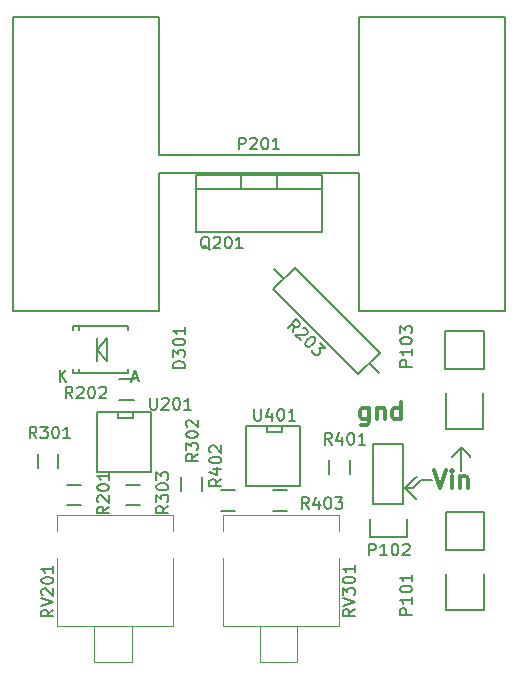
<source format=gbr>
G04 #@! TF.FileFunction,Legend,Top*
%FSLAX46Y46*%
G04 Gerber Fmt 4.6, Leading zero omitted, Abs format (unit mm)*
G04 Created by KiCad (PCBNEW 4.0.4+e1-6308~48~ubuntu14.04.1-stable) date Sat Oct 22 18:10:56 2016*
%MOMM*%
%LPD*%
G01*
G04 APERTURE LIST*
%ADD10C,0.100000*%
%ADD11C,0.200000*%
%ADD12C,0.300000*%
%ADD13C,0.150000*%
%ADD14C,0.076200*%
%ADD15R,2.032000X1.727200*%
%ADD16O,2.032000X1.727200*%
%ADD17C,2.311400*%
%ADD18O,1.501140X2.499360*%
%ADD19R,0.700000X1.300000*%
%ADD20C,1.998980*%
%ADD21R,1.300000X0.700000*%
%ADD22C,2.000000*%
%ADD23O,2.000000X2.200000*%
%ADD24R,1.143000X0.508000*%
%ADD25R,2.540000X2.540000*%
%ADD26O,2.540000X2.540000*%
G04 APERTURE END LIST*
D10*
D11*
X175851820Y-77551280D02*
X175851820Y-77622400D01*
X176639220Y-76763880D02*
X175851820Y-77551280D01*
X177370740Y-77518260D02*
X177370740Y-77563980D01*
X176639220Y-76786740D02*
X177370740Y-77518260D01*
X176636680Y-76779120D02*
X176639220Y-76776580D01*
X176636680Y-78790800D02*
X176636680Y-76779120D01*
D12*
X168775986Y-73402071D02*
X168775986Y-74616357D01*
X168704557Y-74759214D01*
X168633129Y-74830643D01*
X168490272Y-74902071D01*
X168275986Y-74902071D01*
X168133129Y-74830643D01*
X168775986Y-74330643D02*
X168633129Y-74402071D01*
X168347415Y-74402071D01*
X168204557Y-74330643D01*
X168133129Y-74259214D01*
X168061700Y-74116357D01*
X168061700Y-73687786D01*
X168133129Y-73544929D01*
X168204557Y-73473500D01*
X168347415Y-73402071D01*
X168633129Y-73402071D01*
X168775986Y-73473500D01*
X169490272Y-73402071D02*
X169490272Y-74402071D01*
X169490272Y-73544929D02*
X169561700Y-73473500D01*
X169704558Y-73402071D01*
X169918843Y-73402071D01*
X170061700Y-73473500D01*
X170133129Y-73616357D01*
X170133129Y-74402071D01*
X171490272Y-74402071D02*
X171490272Y-72902071D01*
X171490272Y-74330643D02*
X171347415Y-74402071D01*
X171061701Y-74402071D01*
X170918843Y-74330643D01*
X170847415Y-74259214D01*
X170775986Y-74116357D01*
X170775986Y-73687786D01*
X170847415Y-73544929D01*
X170918843Y-73473500D01*
X171061701Y-73402071D01*
X171347415Y-73402071D01*
X171490272Y-73473500D01*
D11*
X172753020Y-81109820D02*
X172808900Y-81109820D01*
X171858940Y-80215740D02*
X172753020Y-81109820D01*
X172780960Y-79265780D02*
X172864780Y-79265780D01*
X171831000Y-80215740D02*
X172780960Y-79265780D01*
X172557440Y-80215740D02*
X171803060Y-80215740D01*
X173228000Y-79545180D02*
X172557440Y-80215740D01*
X174122080Y-79545180D02*
X173228000Y-79545180D01*
D12*
X174318646Y-78723751D02*
X174818646Y-80223751D01*
X175318646Y-78723751D01*
X175818646Y-80223751D02*
X175818646Y-79223751D01*
X175818646Y-78723751D02*
X175747217Y-78795180D01*
X175818646Y-78866609D01*
X175890074Y-78795180D01*
X175818646Y-78723751D01*
X175818646Y-78866609D01*
X176532932Y-79223751D02*
X176532932Y-80223751D01*
X176532932Y-79366609D02*
X176604360Y-79295180D01*
X176747218Y-79223751D01*
X176961503Y-79223751D01*
X177104360Y-79295180D01*
X177175789Y-79438037D01*
X177175789Y-80223751D01*
D13*
X145773280Y-68491100D02*
X146621640Y-67490340D01*
X146621640Y-67490340D02*
X146621640Y-69491860D01*
X146621640Y-69491860D02*
X145773280Y-68491100D01*
X145773280Y-68491100D02*
X145773280Y-69491860D01*
X145773280Y-68491100D02*
X145773280Y-67490340D01*
X143766540Y-70291100D02*
X143766540Y-70091300D01*
X144223580Y-70241160D02*
X144223580Y-70142100D01*
X148369020Y-70291100D02*
X148369020Y-70142100D01*
X143771620Y-66691100D02*
X143771620Y-66840100D01*
X144223580Y-66691100D02*
X144223580Y-66840100D01*
X148374100Y-66691100D02*
X148374100Y-66840100D01*
X144223580Y-70440080D02*
X144223580Y-70241960D01*
X144223580Y-66492120D02*
X144223580Y-66690240D01*
X148369020Y-70487540D02*
X148369020Y-70289420D01*
X143766540Y-70487540D02*
X148369020Y-70487540D01*
X143766540Y-70487540D02*
X143766540Y-70289420D01*
X143771620Y-66492120D02*
X143771620Y-66690240D01*
X143771620Y-66492120D02*
X148374100Y-66492120D01*
X148374100Y-66492120D02*
X148374100Y-66690240D01*
X171704000Y-81534000D02*
X171704000Y-76454000D01*
X171704000Y-76454000D02*
X169164000Y-76454000D01*
X169164000Y-76454000D02*
X169164000Y-81534000D01*
X168884000Y-84354000D02*
X168884000Y-82804000D01*
X169164000Y-81534000D02*
X171704000Y-81534000D01*
X171984000Y-82804000D02*
X171984000Y-84354000D01*
X171984000Y-84354000D02*
X168884000Y-84354000D01*
X138684000Y-65239900D02*
X150990300Y-65239900D01*
X167982900Y-65239900D02*
X180289200Y-65239900D01*
X167982900Y-40347900D02*
X180289200Y-40347900D01*
X138684000Y-40347900D02*
X150990300Y-40347900D01*
X167982900Y-65239900D02*
X167982900Y-53543200D01*
X150990300Y-65239900D02*
X150990300Y-53543200D01*
X150990300Y-52044600D02*
X150990300Y-40347900D01*
X167982900Y-52044600D02*
X167982900Y-40347900D01*
X150990300Y-53543200D02*
X167982900Y-53543200D01*
X150990300Y-52044600D02*
X167982900Y-52044600D01*
X138684000Y-40347900D02*
X138684000Y-65239900D01*
X180289200Y-65239900D02*
X180289200Y-40347900D01*
X157949900Y-53746400D02*
X157949900Y-54889400D01*
X160997900Y-53746400D02*
X160997900Y-54889400D01*
X164807900Y-54889400D02*
X164807900Y-58572400D01*
X164807900Y-58572400D02*
X154139900Y-58572400D01*
X154139900Y-58572400D02*
X154139900Y-54889400D01*
X164807900Y-53746400D02*
X164807900Y-54889400D01*
X164807900Y-54889400D02*
X154139900Y-54889400D01*
X154139900Y-54889400D02*
X154139900Y-53746400D01*
X159473900Y-53746400D02*
X154139900Y-53746400D01*
X159473900Y-53746400D02*
X164807900Y-53746400D01*
X144463060Y-81677480D02*
X143263060Y-81677480D01*
X143263060Y-79927480D02*
X144463060Y-79927480D01*
X147675040Y-70976520D02*
X148875040Y-70976520D01*
X148875040Y-72726520D02*
X147675040Y-72726520D01*
X162514924Y-61582673D02*
X160718873Y-63378724D01*
X160718873Y-63378724D02*
X167903078Y-70562929D01*
X167903078Y-70562929D02*
X169699129Y-68766878D01*
X169699129Y-68766878D02*
X162514924Y-61582673D01*
X169614276Y-70478076D02*
X168801103Y-69664903D01*
X160803726Y-61667526D02*
X161616898Y-62480698D01*
X142515560Y-77291640D02*
X142515560Y-78491640D01*
X140765560Y-78491640D02*
X140765560Y-77291640D01*
X152927080Y-80477920D02*
X152927080Y-79277920D01*
X154677080Y-79277920D02*
X154677080Y-80477920D01*
X148218600Y-79935100D02*
X149418600Y-79935100D01*
X149418600Y-81685100D02*
X148218600Y-81685100D01*
X167194200Y-77814880D02*
X167194200Y-79014880D01*
X165444200Y-79014880D02*
X165444200Y-77814880D01*
X157450080Y-82134680D02*
X156250080Y-82134680D01*
X156250080Y-80384680D02*
X157450080Y-80384680D01*
X161859520Y-82134680D02*
X160659520Y-82134680D01*
X160659520Y-80384680D02*
X161859520Y-80384680D01*
D14*
X145529300Y-91922600D02*
X145529300Y-94970600D01*
X145529300Y-94970600D02*
X148704300Y-94970600D01*
X148704300Y-94970600D02*
X148704300Y-91922600D01*
X142407300Y-82466600D02*
X152207300Y-82466600D01*
X142407300Y-91866600D02*
X152207300Y-91866600D01*
X152207300Y-82466600D02*
X152207300Y-91866600D01*
X142407300Y-82466600D02*
X142407300Y-91866600D01*
X159575500Y-91922600D02*
X159575500Y-94970600D01*
X159575500Y-94970600D02*
X162750500Y-94970600D01*
X162750500Y-94970600D02*
X162750500Y-91922600D01*
X156453500Y-82466600D02*
X166253500Y-82466600D01*
X156453500Y-91866600D02*
X166253500Y-91866600D01*
X166253500Y-82466600D02*
X166253500Y-91866600D01*
X156453500Y-82466600D02*
X156453500Y-91866600D01*
D13*
X150368000Y-73771760D02*
X150368000Y-78851760D01*
X150368000Y-78851760D02*
X145796000Y-78851760D01*
X145796000Y-78851760D02*
X145796000Y-73771760D01*
X145796000Y-73771760D02*
X150368000Y-73771760D01*
X148844000Y-73771760D02*
X148844000Y-74279760D01*
X148844000Y-74279760D02*
X147574000Y-74279760D01*
X147574000Y-74279760D02*
X147574000Y-73771760D01*
X162941000Y-74930000D02*
X162941000Y-80010000D01*
X162941000Y-80010000D02*
X158369000Y-80010000D01*
X158369000Y-80010000D02*
X158369000Y-74930000D01*
X158369000Y-74930000D02*
X162941000Y-74930000D01*
X161417000Y-74930000D02*
X161417000Y-75438000D01*
X161417000Y-75438000D02*
X160147000Y-75438000D01*
X160147000Y-75438000D02*
X160147000Y-74930000D01*
X178511200Y-90512900D02*
X178511200Y-87472700D01*
X175310800Y-82232500D02*
X178562000Y-82232500D01*
X175310800Y-82232500D02*
X175310800Y-85432900D01*
X178511200Y-90512900D02*
X175361600Y-90512900D01*
X175361600Y-90512900D02*
X175361600Y-87472700D01*
X175310800Y-85432900D02*
X178562000Y-85432900D01*
X178562000Y-85432900D02*
X178562000Y-82232500D01*
X178462940Y-75219560D02*
X178462940Y-72179360D01*
X175262540Y-66939160D02*
X178513740Y-66939160D01*
X175262540Y-66939160D02*
X175262540Y-70139560D01*
X178462940Y-75219560D02*
X175313340Y-75219560D01*
X175313340Y-75219560D02*
X175313340Y-72179360D01*
X175262540Y-70139560D02*
X178513740Y-70139560D01*
X178513740Y-70139560D02*
X178513740Y-66939160D01*
X153228301Y-70031716D02*
X152228301Y-70031716D01*
X152228301Y-69793621D01*
X152275920Y-69650763D01*
X152371158Y-69555525D01*
X152466396Y-69507906D01*
X152656872Y-69460287D01*
X152799730Y-69460287D01*
X152990206Y-69507906D01*
X153085444Y-69555525D01*
X153180682Y-69650763D01*
X153228301Y-69793621D01*
X153228301Y-70031716D01*
X152228301Y-69126954D02*
X152228301Y-68507906D01*
X152609253Y-68841240D01*
X152609253Y-68698382D01*
X152656872Y-68603144D01*
X152704491Y-68555525D01*
X152799730Y-68507906D01*
X153037825Y-68507906D01*
X153133063Y-68555525D01*
X153180682Y-68603144D01*
X153228301Y-68698382D01*
X153228301Y-68984097D01*
X153180682Y-69079335D01*
X153133063Y-69126954D01*
X152228301Y-67888859D02*
X152228301Y-67793620D01*
X152275920Y-67698382D01*
X152323539Y-67650763D01*
X152418777Y-67603144D01*
X152609253Y-67555525D01*
X152847349Y-67555525D01*
X153037825Y-67603144D01*
X153133063Y-67650763D01*
X153180682Y-67698382D01*
X153228301Y-67793620D01*
X153228301Y-67888859D01*
X153180682Y-67984097D01*
X153133063Y-68031716D01*
X153037825Y-68079335D01*
X152847349Y-68126954D01*
X152609253Y-68126954D01*
X152418777Y-68079335D01*
X152323539Y-68031716D01*
X152275920Y-67984097D01*
X152228301Y-67888859D01*
X153228301Y-66603144D02*
X153228301Y-67174573D01*
X153228301Y-66888859D02*
X152228301Y-66888859D01*
X152371158Y-66984097D01*
X152466396Y-67079335D01*
X152514015Y-67174573D01*
X142610955Y-71193481D02*
X142610955Y-70193481D01*
X143182384Y-71193481D02*
X142753812Y-70622052D01*
X143182384Y-70193481D02*
X142610955Y-70764910D01*
X148784765Y-70907767D02*
X149260956Y-70907767D01*
X148689527Y-71193481D02*
X149022860Y-70193481D01*
X149356194Y-71193481D01*
X168827344Y-85920841D02*
X168827344Y-84920841D01*
X169208297Y-84920841D01*
X169303535Y-84968460D01*
X169351154Y-85016079D01*
X169398773Y-85111317D01*
X169398773Y-85254174D01*
X169351154Y-85349412D01*
X169303535Y-85397031D01*
X169208297Y-85444650D01*
X168827344Y-85444650D01*
X170351154Y-85920841D02*
X169779725Y-85920841D01*
X170065439Y-85920841D02*
X170065439Y-84920841D01*
X169970201Y-85063698D01*
X169874963Y-85158936D01*
X169779725Y-85206555D01*
X170970201Y-84920841D02*
X171065440Y-84920841D01*
X171160678Y-84968460D01*
X171208297Y-85016079D01*
X171255916Y-85111317D01*
X171303535Y-85301793D01*
X171303535Y-85539889D01*
X171255916Y-85730365D01*
X171208297Y-85825603D01*
X171160678Y-85873222D01*
X171065440Y-85920841D01*
X170970201Y-85920841D01*
X170874963Y-85873222D01*
X170827344Y-85825603D01*
X170779725Y-85730365D01*
X170732106Y-85539889D01*
X170732106Y-85301793D01*
X170779725Y-85111317D01*
X170827344Y-85016079D01*
X170874963Y-84968460D01*
X170970201Y-84920841D01*
X171684487Y-85016079D02*
X171732106Y-84968460D01*
X171827344Y-84920841D01*
X172065440Y-84920841D01*
X172160678Y-84968460D01*
X172208297Y-85016079D01*
X172255916Y-85111317D01*
X172255916Y-85206555D01*
X172208297Y-85349412D01*
X171636868Y-85920841D01*
X172255916Y-85920841D01*
X157796124Y-51531781D02*
X157796124Y-50531781D01*
X158177077Y-50531781D01*
X158272315Y-50579400D01*
X158319934Y-50627019D01*
X158367553Y-50722257D01*
X158367553Y-50865114D01*
X158319934Y-50960352D01*
X158272315Y-51007971D01*
X158177077Y-51055590D01*
X157796124Y-51055590D01*
X158748505Y-50627019D02*
X158796124Y-50579400D01*
X158891362Y-50531781D01*
X159129458Y-50531781D01*
X159224696Y-50579400D01*
X159272315Y-50627019D01*
X159319934Y-50722257D01*
X159319934Y-50817495D01*
X159272315Y-50960352D01*
X158700886Y-51531781D01*
X159319934Y-51531781D01*
X159938981Y-50531781D02*
X160034220Y-50531781D01*
X160129458Y-50579400D01*
X160177077Y-50627019D01*
X160224696Y-50722257D01*
X160272315Y-50912733D01*
X160272315Y-51150829D01*
X160224696Y-51341305D01*
X160177077Y-51436543D01*
X160129458Y-51484162D01*
X160034220Y-51531781D01*
X159938981Y-51531781D01*
X159843743Y-51484162D01*
X159796124Y-51436543D01*
X159748505Y-51341305D01*
X159700886Y-51150829D01*
X159700886Y-50912733D01*
X159748505Y-50722257D01*
X159796124Y-50627019D01*
X159843743Y-50579400D01*
X159938981Y-50531781D01*
X161224696Y-51531781D02*
X160653267Y-51531781D01*
X160938981Y-51531781D02*
X160938981Y-50531781D01*
X160843743Y-50674638D01*
X160748505Y-50769876D01*
X160653267Y-50817495D01*
X155314781Y-60021719D02*
X155219543Y-59974100D01*
X155124305Y-59878862D01*
X154981448Y-59736005D01*
X154886209Y-59688386D01*
X154790971Y-59688386D01*
X154838590Y-59926481D02*
X154743352Y-59878862D01*
X154648114Y-59783624D01*
X154600495Y-59593148D01*
X154600495Y-59259814D01*
X154648114Y-59069338D01*
X154743352Y-58974100D01*
X154838590Y-58926481D01*
X155029067Y-58926481D01*
X155124305Y-58974100D01*
X155219543Y-59069338D01*
X155267162Y-59259814D01*
X155267162Y-59593148D01*
X155219543Y-59783624D01*
X155124305Y-59878862D01*
X155029067Y-59926481D01*
X154838590Y-59926481D01*
X155648114Y-59021719D02*
X155695733Y-58974100D01*
X155790971Y-58926481D01*
X156029067Y-58926481D01*
X156124305Y-58974100D01*
X156171924Y-59021719D01*
X156219543Y-59116957D01*
X156219543Y-59212195D01*
X156171924Y-59355052D01*
X155600495Y-59926481D01*
X156219543Y-59926481D01*
X156838590Y-58926481D02*
X156933829Y-58926481D01*
X157029067Y-58974100D01*
X157076686Y-59021719D01*
X157124305Y-59116957D01*
X157171924Y-59307433D01*
X157171924Y-59545529D01*
X157124305Y-59736005D01*
X157076686Y-59831243D01*
X157029067Y-59878862D01*
X156933829Y-59926481D01*
X156838590Y-59926481D01*
X156743352Y-59878862D01*
X156695733Y-59831243D01*
X156648114Y-59736005D01*
X156600495Y-59545529D01*
X156600495Y-59307433D01*
X156648114Y-59116957D01*
X156695733Y-59021719D01*
X156743352Y-58974100D01*
X156838590Y-58926481D01*
X158124305Y-59926481D02*
X157552876Y-59926481D01*
X157838590Y-59926481D02*
X157838590Y-58926481D01*
X157743352Y-59069338D01*
X157648114Y-59164576D01*
X157552876Y-59212195D01*
X146797021Y-81789447D02*
X146320830Y-82122781D01*
X146797021Y-82360876D02*
X145797021Y-82360876D01*
X145797021Y-81979923D01*
X145844640Y-81884685D01*
X145892259Y-81837066D01*
X145987497Y-81789447D01*
X146130354Y-81789447D01*
X146225592Y-81837066D01*
X146273211Y-81884685D01*
X146320830Y-81979923D01*
X146320830Y-82360876D01*
X145892259Y-81408495D02*
X145844640Y-81360876D01*
X145797021Y-81265638D01*
X145797021Y-81027542D01*
X145844640Y-80932304D01*
X145892259Y-80884685D01*
X145987497Y-80837066D01*
X146082735Y-80837066D01*
X146225592Y-80884685D01*
X146797021Y-81456114D01*
X146797021Y-80837066D01*
X145797021Y-80218019D02*
X145797021Y-80122780D01*
X145844640Y-80027542D01*
X145892259Y-79979923D01*
X145987497Y-79932304D01*
X146177973Y-79884685D01*
X146416069Y-79884685D01*
X146606545Y-79932304D01*
X146701783Y-79979923D01*
X146749402Y-80027542D01*
X146797021Y-80122780D01*
X146797021Y-80218019D01*
X146749402Y-80313257D01*
X146701783Y-80360876D01*
X146606545Y-80408495D01*
X146416069Y-80456114D01*
X146177973Y-80456114D01*
X145987497Y-80408495D01*
X145892259Y-80360876D01*
X145844640Y-80313257D01*
X145797021Y-80218019D01*
X146797021Y-78932304D02*
X146797021Y-79503733D01*
X146797021Y-79218019D02*
X145797021Y-79218019D01*
X145939878Y-79313257D01*
X146035116Y-79408495D01*
X146082735Y-79503733D01*
X143699053Y-72613781D02*
X143365719Y-72137590D01*
X143127624Y-72613781D02*
X143127624Y-71613781D01*
X143508577Y-71613781D01*
X143603815Y-71661400D01*
X143651434Y-71709019D01*
X143699053Y-71804257D01*
X143699053Y-71947114D01*
X143651434Y-72042352D01*
X143603815Y-72089971D01*
X143508577Y-72137590D01*
X143127624Y-72137590D01*
X144080005Y-71709019D02*
X144127624Y-71661400D01*
X144222862Y-71613781D01*
X144460958Y-71613781D01*
X144556196Y-71661400D01*
X144603815Y-71709019D01*
X144651434Y-71804257D01*
X144651434Y-71899495D01*
X144603815Y-72042352D01*
X144032386Y-72613781D01*
X144651434Y-72613781D01*
X145270481Y-71613781D02*
X145365720Y-71613781D01*
X145460958Y-71661400D01*
X145508577Y-71709019D01*
X145556196Y-71804257D01*
X145603815Y-71994733D01*
X145603815Y-72232829D01*
X145556196Y-72423305D01*
X145508577Y-72518543D01*
X145460958Y-72566162D01*
X145365720Y-72613781D01*
X145270481Y-72613781D01*
X145175243Y-72566162D01*
X145127624Y-72518543D01*
X145080005Y-72423305D01*
X145032386Y-72232829D01*
X145032386Y-71994733D01*
X145080005Y-71804257D01*
X145127624Y-71709019D01*
X145175243Y-71661400D01*
X145270481Y-71613781D01*
X145984767Y-71709019D02*
X146032386Y-71661400D01*
X146127624Y-71613781D01*
X146365720Y-71613781D01*
X146460958Y-71661400D01*
X146508577Y-71709019D01*
X146556196Y-71804257D01*
X146556196Y-71899495D01*
X146508577Y-72042352D01*
X145937148Y-72613781D01*
X146556196Y-72613781D01*
X162337833Y-67031636D02*
X162438848Y-66459215D01*
X161933771Y-66627575D02*
X162640878Y-65920468D01*
X162910253Y-66189842D01*
X162943924Y-66290857D01*
X162943924Y-66358201D01*
X162910253Y-66459216D01*
X162809237Y-66560231D01*
X162708222Y-66593903D01*
X162640879Y-66593903D01*
X162539864Y-66560231D01*
X162270489Y-66290857D01*
X163246970Y-66661246D02*
X163314313Y-66661246D01*
X163415328Y-66694918D01*
X163583688Y-66863277D01*
X163617359Y-66964293D01*
X163617359Y-67031636D01*
X163583688Y-67132651D01*
X163516344Y-67199995D01*
X163381657Y-67267338D01*
X162573535Y-67267338D01*
X163011268Y-67705071D01*
X164156107Y-67435697D02*
X164223451Y-67503041D01*
X164257123Y-67604056D01*
X164257123Y-67671399D01*
X164223451Y-67772414D01*
X164122436Y-67940773D01*
X163954076Y-68109132D01*
X163785718Y-68210147D01*
X163684703Y-68243819D01*
X163617359Y-68243819D01*
X163516344Y-68210147D01*
X163449000Y-68142803D01*
X163415328Y-68041788D01*
X163415328Y-67974445D01*
X163449000Y-67873430D01*
X163550015Y-67705071D01*
X163718374Y-67536712D01*
X163886733Y-67435697D01*
X163987748Y-67402025D01*
X164055092Y-67402025D01*
X164156107Y-67435697D01*
X164627512Y-67907101D02*
X165065245Y-68344834D01*
X164560168Y-68378505D01*
X164661184Y-68479521D01*
X164694856Y-68580536D01*
X164694856Y-68647880D01*
X164661183Y-68748896D01*
X164492825Y-68917254D01*
X164391810Y-68950926D01*
X164324466Y-68950926D01*
X164223451Y-68917254D01*
X164021420Y-68715223D01*
X163987748Y-68614208D01*
X163987748Y-68546865D01*
X140651053Y-76004681D02*
X140317719Y-75528490D01*
X140079624Y-76004681D02*
X140079624Y-75004681D01*
X140460577Y-75004681D01*
X140555815Y-75052300D01*
X140603434Y-75099919D01*
X140651053Y-75195157D01*
X140651053Y-75338014D01*
X140603434Y-75433252D01*
X140555815Y-75480871D01*
X140460577Y-75528490D01*
X140079624Y-75528490D01*
X140984386Y-75004681D02*
X141603434Y-75004681D01*
X141270100Y-75385633D01*
X141412958Y-75385633D01*
X141508196Y-75433252D01*
X141555815Y-75480871D01*
X141603434Y-75576110D01*
X141603434Y-75814205D01*
X141555815Y-75909443D01*
X141508196Y-75957062D01*
X141412958Y-76004681D01*
X141127243Y-76004681D01*
X141032005Y-75957062D01*
X140984386Y-75909443D01*
X142222481Y-75004681D02*
X142317720Y-75004681D01*
X142412958Y-75052300D01*
X142460577Y-75099919D01*
X142508196Y-75195157D01*
X142555815Y-75385633D01*
X142555815Y-75623729D01*
X142508196Y-75814205D01*
X142460577Y-75909443D01*
X142412958Y-75957062D01*
X142317720Y-76004681D01*
X142222481Y-76004681D01*
X142127243Y-75957062D01*
X142079624Y-75909443D01*
X142032005Y-75814205D01*
X141984386Y-75623729D01*
X141984386Y-75385633D01*
X142032005Y-75195157D01*
X142079624Y-75099919D01*
X142127243Y-75052300D01*
X142222481Y-75004681D01*
X143508196Y-76004681D02*
X142936767Y-76004681D01*
X143222481Y-76004681D02*
X143222481Y-75004681D01*
X143127243Y-75147538D01*
X143032005Y-75242776D01*
X142936767Y-75290395D01*
X154317961Y-77311427D02*
X153841770Y-77644761D01*
X154317961Y-77882856D02*
X153317961Y-77882856D01*
X153317961Y-77501903D01*
X153365580Y-77406665D01*
X153413199Y-77359046D01*
X153508437Y-77311427D01*
X153651294Y-77311427D01*
X153746532Y-77359046D01*
X153794151Y-77406665D01*
X153841770Y-77501903D01*
X153841770Y-77882856D01*
X153317961Y-76978094D02*
X153317961Y-76359046D01*
X153698913Y-76692380D01*
X153698913Y-76549522D01*
X153746532Y-76454284D01*
X153794151Y-76406665D01*
X153889390Y-76359046D01*
X154127485Y-76359046D01*
X154222723Y-76406665D01*
X154270342Y-76454284D01*
X154317961Y-76549522D01*
X154317961Y-76835237D01*
X154270342Y-76930475D01*
X154222723Y-76978094D01*
X153317961Y-75739999D02*
X153317961Y-75644760D01*
X153365580Y-75549522D01*
X153413199Y-75501903D01*
X153508437Y-75454284D01*
X153698913Y-75406665D01*
X153937009Y-75406665D01*
X154127485Y-75454284D01*
X154222723Y-75501903D01*
X154270342Y-75549522D01*
X154317961Y-75644760D01*
X154317961Y-75739999D01*
X154270342Y-75835237D01*
X154222723Y-75882856D01*
X154127485Y-75930475D01*
X153937009Y-75978094D01*
X153698913Y-75978094D01*
X153508437Y-75930475D01*
X153413199Y-75882856D01*
X153365580Y-75835237D01*
X153317961Y-75739999D01*
X153413199Y-75025713D02*
X153365580Y-74978094D01*
X153317961Y-74882856D01*
X153317961Y-74644760D01*
X153365580Y-74549522D01*
X153413199Y-74501903D01*
X153508437Y-74454284D01*
X153603675Y-74454284D01*
X153746532Y-74501903D01*
X154317961Y-75073332D01*
X154317961Y-74454284D01*
X151803361Y-81725947D02*
X151327170Y-82059281D01*
X151803361Y-82297376D02*
X150803361Y-82297376D01*
X150803361Y-81916423D01*
X150850980Y-81821185D01*
X150898599Y-81773566D01*
X150993837Y-81725947D01*
X151136694Y-81725947D01*
X151231932Y-81773566D01*
X151279551Y-81821185D01*
X151327170Y-81916423D01*
X151327170Y-82297376D01*
X150803361Y-81392614D02*
X150803361Y-80773566D01*
X151184313Y-81106900D01*
X151184313Y-80964042D01*
X151231932Y-80868804D01*
X151279551Y-80821185D01*
X151374790Y-80773566D01*
X151612885Y-80773566D01*
X151708123Y-80821185D01*
X151755742Y-80868804D01*
X151803361Y-80964042D01*
X151803361Y-81249757D01*
X151755742Y-81344995D01*
X151708123Y-81392614D01*
X150803361Y-80154519D02*
X150803361Y-80059280D01*
X150850980Y-79964042D01*
X150898599Y-79916423D01*
X150993837Y-79868804D01*
X151184313Y-79821185D01*
X151422409Y-79821185D01*
X151612885Y-79868804D01*
X151708123Y-79916423D01*
X151755742Y-79964042D01*
X151803361Y-80059280D01*
X151803361Y-80154519D01*
X151755742Y-80249757D01*
X151708123Y-80297376D01*
X151612885Y-80344995D01*
X151422409Y-80392614D01*
X151184313Y-80392614D01*
X150993837Y-80344995D01*
X150898599Y-80297376D01*
X150850980Y-80249757D01*
X150803361Y-80154519D01*
X150803361Y-79487852D02*
X150803361Y-78868804D01*
X151184313Y-79202138D01*
X151184313Y-79059280D01*
X151231932Y-78964042D01*
X151279551Y-78916423D01*
X151374790Y-78868804D01*
X151612885Y-78868804D01*
X151708123Y-78916423D01*
X151755742Y-78964042D01*
X151803361Y-79059280D01*
X151803361Y-79344995D01*
X151755742Y-79440233D01*
X151708123Y-79487852D01*
X165644653Y-76538081D02*
X165311319Y-76061890D01*
X165073224Y-76538081D02*
X165073224Y-75538081D01*
X165454177Y-75538081D01*
X165549415Y-75585700D01*
X165597034Y-75633319D01*
X165644653Y-75728557D01*
X165644653Y-75871414D01*
X165597034Y-75966652D01*
X165549415Y-76014271D01*
X165454177Y-76061890D01*
X165073224Y-76061890D01*
X166501796Y-75871414D02*
X166501796Y-76538081D01*
X166263700Y-75490462D02*
X166025605Y-76204748D01*
X166644653Y-76204748D01*
X167216081Y-75538081D02*
X167311320Y-75538081D01*
X167406558Y-75585700D01*
X167454177Y-75633319D01*
X167501796Y-75728557D01*
X167549415Y-75919033D01*
X167549415Y-76157129D01*
X167501796Y-76347605D01*
X167454177Y-76442843D01*
X167406558Y-76490462D01*
X167311320Y-76538081D01*
X167216081Y-76538081D01*
X167120843Y-76490462D01*
X167073224Y-76442843D01*
X167025605Y-76347605D01*
X166977986Y-76157129D01*
X166977986Y-75919033D01*
X167025605Y-75728557D01*
X167073224Y-75633319D01*
X167120843Y-75585700D01*
X167216081Y-75538081D01*
X168501796Y-76538081D02*
X167930367Y-76538081D01*
X168216081Y-76538081D02*
X168216081Y-75538081D01*
X168120843Y-75680938D01*
X168025605Y-75776176D01*
X167930367Y-75823795D01*
X156301701Y-79462807D02*
X155825510Y-79796141D01*
X156301701Y-80034236D02*
X155301701Y-80034236D01*
X155301701Y-79653283D01*
X155349320Y-79558045D01*
X155396939Y-79510426D01*
X155492177Y-79462807D01*
X155635034Y-79462807D01*
X155730272Y-79510426D01*
X155777891Y-79558045D01*
X155825510Y-79653283D01*
X155825510Y-80034236D01*
X155635034Y-78605664D02*
X156301701Y-78605664D01*
X155254082Y-78843760D02*
X155968368Y-79081855D01*
X155968368Y-78462807D01*
X155301701Y-77891379D02*
X155301701Y-77796140D01*
X155349320Y-77700902D01*
X155396939Y-77653283D01*
X155492177Y-77605664D01*
X155682653Y-77558045D01*
X155920749Y-77558045D01*
X156111225Y-77605664D01*
X156206463Y-77653283D01*
X156254082Y-77700902D01*
X156301701Y-77796140D01*
X156301701Y-77891379D01*
X156254082Y-77986617D01*
X156206463Y-78034236D01*
X156111225Y-78081855D01*
X155920749Y-78129474D01*
X155682653Y-78129474D01*
X155492177Y-78081855D01*
X155396939Y-78034236D01*
X155349320Y-77986617D01*
X155301701Y-77891379D01*
X155396939Y-77177093D02*
X155349320Y-77129474D01*
X155301701Y-77034236D01*
X155301701Y-76796140D01*
X155349320Y-76700902D01*
X155396939Y-76653283D01*
X155492177Y-76605664D01*
X155587415Y-76605664D01*
X155730272Y-76653283D01*
X156301701Y-77224712D01*
X156301701Y-76605664D01*
X163701553Y-81986381D02*
X163368219Y-81510190D01*
X163130124Y-81986381D02*
X163130124Y-80986381D01*
X163511077Y-80986381D01*
X163606315Y-81034000D01*
X163653934Y-81081619D01*
X163701553Y-81176857D01*
X163701553Y-81319714D01*
X163653934Y-81414952D01*
X163606315Y-81462571D01*
X163511077Y-81510190D01*
X163130124Y-81510190D01*
X164558696Y-81319714D02*
X164558696Y-81986381D01*
X164320600Y-80938762D02*
X164082505Y-81653048D01*
X164701553Y-81653048D01*
X165272981Y-80986381D02*
X165368220Y-80986381D01*
X165463458Y-81034000D01*
X165511077Y-81081619D01*
X165558696Y-81176857D01*
X165606315Y-81367333D01*
X165606315Y-81605429D01*
X165558696Y-81795905D01*
X165511077Y-81891143D01*
X165463458Y-81938762D01*
X165368220Y-81986381D01*
X165272981Y-81986381D01*
X165177743Y-81938762D01*
X165130124Y-81891143D01*
X165082505Y-81795905D01*
X165034886Y-81605429D01*
X165034886Y-81367333D01*
X165082505Y-81176857D01*
X165130124Y-81081619D01*
X165177743Y-81034000D01*
X165272981Y-80986381D01*
X165939648Y-80986381D02*
X166558696Y-80986381D01*
X166225362Y-81367333D01*
X166368220Y-81367333D01*
X166463458Y-81414952D01*
X166511077Y-81462571D01*
X166558696Y-81557810D01*
X166558696Y-81795905D01*
X166511077Y-81891143D01*
X166463458Y-81938762D01*
X166368220Y-81986381D01*
X166082505Y-81986381D01*
X165987267Y-81938762D01*
X165939648Y-81891143D01*
X142070081Y-90511119D02*
X141593890Y-90844453D01*
X142070081Y-91082548D02*
X141070081Y-91082548D01*
X141070081Y-90701595D01*
X141117700Y-90606357D01*
X141165319Y-90558738D01*
X141260557Y-90511119D01*
X141403414Y-90511119D01*
X141498652Y-90558738D01*
X141546271Y-90606357D01*
X141593890Y-90701595D01*
X141593890Y-91082548D01*
X141070081Y-90225405D02*
X142070081Y-89892072D01*
X141070081Y-89558738D01*
X141165319Y-89273024D02*
X141117700Y-89225405D01*
X141070081Y-89130167D01*
X141070081Y-88892071D01*
X141117700Y-88796833D01*
X141165319Y-88749214D01*
X141260557Y-88701595D01*
X141355795Y-88701595D01*
X141498652Y-88749214D01*
X142070081Y-89320643D01*
X142070081Y-88701595D01*
X141070081Y-88082548D02*
X141070081Y-87987309D01*
X141117700Y-87892071D01*
X141165319Y-87844452D01*
X141260557Y-87796833D01*
X141451033Y-87749214D01*
X141689129Y-87749214D01*
X141879605Y-87796833D01*
X141974843Y-87844452D01*
X142022462Y-87892071D01*
X142070081Y-87987309D01*
X142070081Y-88082548D01*
X142022462Y-88177786D01*
X141974843Y-88225405D01*
X141879605Y-88273024D01*
X141689129Y-88320643D01*
X141451033Y-88320643D01*
X141260557Y-88273024D01*
X141165319Y-88225405D01*
X141117700Y-88177786D01*
X141070081Y-88082548D01*
X142070081Y-86796833D02*
X142070081Y-87368262D01*
X142070081Y-87082548D02*
X141070081Y-87082548D01*
X141212938Y-87177786D01*
X141308176Y-87273024D01*
X141355795Y-87368262D01*
X167597081Y-90473019D02*
X167120890Y-90806353D01*
X167597081Y-91044448D02*
X166597081Y-91044448D01*
X166597081Y-90663495D01*
X166644700Y-90568257D01*
X166692319Y-90520638D01*
X166787557Y-90473019D01*
X166930414Y-90473019D01*
X167025652Y-90520638D01*
X167073271Y-90568257D01*
X167120890Y-90663495D01*
X167120890Y-91044448D01*
X166597081Y-90187305D02*
X167597081Y-89853972D01*
X166597081Y-89520638D01*
X166597081Y-89282543D02*
X166597081Y-88663495D01*
X166978033Y-88996829D01*
X166978033Y-88853971D01*
X167025652Y-88758733D01*
X167073271Y-88711114D01*
X167168510Y-88663495D01*
X167406605Y-88663495D01*
X167501843Y-88711114D01*
X167549462Y-88758733D01*
X167597081Y-88853971D01*
X167597081Y-89139686D01*
X167549462Y-89234924D01*
X167501843Y-89282543D01*
X166597081Y-88044448D02*
X166597081Y-87949209D01*
X166644700Y-87853971D01*
X166692319Y-87806352D01*
X166787557Y-87758733D01*
X166978033Y-87711114D01*
X167216129Y-87711114D01*
X167406605Y-87758733D01*
X167501843Y-87806352D01*
X167549462Y-87853971D01*
X167597081Y-87949209D01*
X167597081Y-88044448D01*
X167549462Y-88139686D01*
X167501843Y-88187305D01*
X167406605Y-88234924D01*
X167216129Y-88282543D01*
X166978033Y-88282543D01*
X166787557Y-88234924D01*
X166692319Y-88187305D01*
X166644700Y-88139686D01*
X166597081Y-88044448D01*
X167597081Y-86758733D02*
X167597081Y-87330162D01*
X167597081Y-87044448D02*
X166597081Y-87044448D01*
X166739938Y-87139686D01*
X166835176Y-87234924D01*
X166882795Y-87330162D01*
X150279314Y-72571361D02*
X150279314Y-73380885D01*
X150326933Y-73476123D01*
X150374552Y-73523742D01*
X150469790Y-73571361D01*
X150660267Y-73571361D01*
X150755505Y-73523742D01*
X150803124Y-73476123D01*
X150850743Y-73380885D01*
X150850743Y-72571361D01*
X151279314Y-72666599D02*
X151326933Y-72618980D01*
X151422171Y-72571361D01*
X151660267Y-72571361D01*
X151755505Y-72618980D01*
X151803124Y-72666599D01*
X151850743Y-72761837D01*
X151850743Y-72857075D01*
X151803124Y-72999932D01*
X151231695Y-73571361D01*
X151850743Y-73571361D01*
X152469790Y-72571361D02*
X152565029Y-72571361D01*
X152660267Y-72618980D01*
X152707886Y-72666599D01*
X152755505Y-72761837D01*
X152803124Y-72952313D01*
X152803124Y-73190409D01*
X152755505Y-73380885D01*
X152707886Y-73476123D01*
X152660267Y-73523742D01*
X152565029Y-73571361D01*
X152469790Y-73571361D01*
X152374552Y-73523742D01*
X152326933Y-73476123D01*
X152279314Y-73380885D01*
X152231695Y-73190409D01*
X152231695Y-72952313D01*
X152279314Y-72761837D01*
X152326933Y-72666599D01*
X152374552Y-72618980D01*
X152469790Y-72571361D01*
X153755505Y-73571361D02*
X153184076Y-73571361D01*
X153469790Y-73571361D02*
X153469790Y-72571361D01*
X153374552Y-72714218D01*
X153279314Y-72809456D01*
X153184076Y-72857075D01*
X159098194Y-73498461D02*
X159098194Y-74307985D01*
X159145813Y-74403223D01*
X159193432Y-74450842D01*
X159288670Y-74498461D01*
X159479147Y-74498461D01*
X159574385Y-74450842D01*
X159622004Y-74403223D01*
X159669623Y-74307985D01*
X159669623Y-73498461D01*
X160574385Y-73831794D02*
X160574385Y-74498461D01*
X160336289Y-73450842D02*
X160098194Y-74165128D01*
X160717242Y-74165128D01*
X161288670Y-73498461D02*
X161383909Y-73498461D01*
X161479147Y-73546080D01*
X161526766Y-73593699D01*
X161574385Y-73688937D01*
X161622004Y-73879413D01*
X161622004Y-74117509D01*
X161574385Y-74307985D01*
X161526766Y-74403223D01*
X161479147Y-74450842D01*
X161383909Y-74498461D01*
X161288670Y-74498461D01*
X161193432Y-74450842D01*
X161145813Y-74403223D01*
X161098194Y-74307985D01*
X161050575Y-74117509D01*
X161050575Y-73879413D01*
X161098194Y-73688937D01*
X161145813Y-73593699D01*
X161193432Y-73546080D01*
X161288670Y-73498461D01*
X162574385Y-74498461D02*
X162002956Y-74498461D01*
X162288670Y-74498461D02*
X162288670Y-73498461D01*
X162193432Y-73641318D01*
X162098194Y-73736556D01*
X162002956Y-73784175D01*
X172435781Y-90958776D02*
X171435781Y-90958776D01*
X171435781Y-90577823D01*
X171483400Y-90482585D01*
X171531019Y-90434966D01*
X171626257Y-90387347D01*
X171769114Y-90387347D01*
X171864352Y-90434966D01*
X171911971Y-90482585D01*
X171959590Y-90577823D01*
X171959590Y-90958776D01*
X172435781Y-89434966D02*
X172435781Y-90006395D01*
X172435781Y-89720681D02*
X171435781Y-89720681D01*
X171578638Y-89815919D01*
X171673876Y-89911157D01*
X171721495Y-90006395D01*
X171435781Y-88815919D02*
X171435781Y-88720680D01*
X171483400Y-88625442D01*
X171531019Y-88577823D01*
X171626257Y-88530204D01*
X171816733Y-88482585D01*
X172054829Y-88482585D01*
X172245305Y-88530204D01*
X172340543Y-88577823D01*
X172388162Y-88625442D01*
X172435781Y-88720680D01*
X172435781Y-88815919D01*
X172388162Y-88911157D01*
X172340543Y-88958776D01*
X172245305Y-89006395D01*
X172054829Y-89054014D01*
X171816733Y-89054014D01*
X171626257Y-89006395D01*
X171531019Y-88958776D01*
X171483400Y-88911157D01*
X171435781Y-88815919D01*
X172435781Y-87530204D02*
X172435781Y-88101633D01*
X172435781Y-87815919D02*
X171435781Y-87815919D01*
X171578638Y-87911157D01*
X171673876Y-88006395D01*
X171721495Y-88101633D01*
X172435781Y-69927576D02*
X171435781Y-69927576D01*
X171435781Y-69546623D01*
X171483400Y-69451385D01*
X171531019Y-69403766D01*
X171626257Y-69356147D01*
X171769114Y-69356147D01*
X171864352Y-69403766D01*
X171911971Y-69451385D01*
X171959590Y-69546623D01*
X171959590Y-69927576D01*
X172435781Y-68403766D02*
X172435781Y-68975195D01*
X172435781Y-68689481D02*
X171435781Y-68689481D01*
X171578638Y-68784719D01*
X171673876Y-68879957D01*
X171721495Y-68975195D01*
X171435781Y-67784719D02*
X171435781Y-67689480D01*
X171483400Y-67594242D01*
X171531019Y-67546623D01*
X171626257Y-67499004D01*
X171816733Y-67451385D01*
X172054829Y-67451385D01*
X172245305Y-67499004D01*
X172340543Y-67546623D01*
X172388162Y-67594242D01*
X172435781Y-67689480D01*
X172435781Y-67784719D01*
X172388162Y-67879957D01*
X172340543Y-67927576D01*
X172245305Y-67975195D01*
X172054829Y-68022814D01*
X171816733Y-68022814D01*
X171626257Y-67975195D01*
X171531019Y-67927576D01*
X171483400Y-67879957D01*
X171435781Y-67784719D01*
X171435781Y-67118052D02*
X171435781Y-66499004D01*
X171816733Y-66832338D01*
X171816733Y-66689480D01*
X171864352Y-66594242D01*
X171911971Y-66546623D01*
X172007210Y-66499004D01*
X172245305Y-66499004D01*
X172340543Y-66546623D01*
X172388162Y-66594242D01*
X172435781Y-66689480D01*
X172435781Y-66975195D01*
X172388162Y-67070433D01*
X172340543Y-67118052D01*
%LPC*%
D10*
G36*
X140722350Y-70291960D02*
X140722350Y-66690240D01*
X145022570Y-67691000D01*
X145022570Y-69291200D01*
X140722350Y-70291960D01*
X140722350Y-70291960D01*
G37*
G36*
X151423370Y-66690240D02*
X151423370Y-70291960D01*
X147123150Y-69291200D01*
X147123150Y-67691000D01*
X151423370Y-66690240D01*
X151423370Y-66690240D01*
G37*
D15*
X170434000Y-82804000D03*
D16*
X170434000Y-80264000D03*
X170434000Y-77724000D03*
D17*
X146786600Y-52793900D03*
X172186600Y-52793900D03*
D18*
X159473900Y-56794400D03*
X156933900Y-56794400D03*
X162013900Y-56794400D03*
D19*
X142913060Y-80802480D03*
X144813060Y-80802480D03*
X149225040Y-71851520D03*
X147325040Y-71851520D03*
D20*
X159905700Y-60769500D03*
X170512302Y-71376102D03*
D21*
X141640560Y-78841640D03*
X141640560Y-76941640D03*
X153802080Y-78927920D03*
X153802080Y-80827920D03*
D19*
X149768600Y-80810100D03*
X147868600Y-80810100D03*
D21*
X166319200Y-79364880D03*
X166319200Y-77464880D03*
D19*
X155900080Y-81259680D03*
X157800080Y-81259680D03*
X160309520Y-81259680D03*
X162209520Y-81259680D03*
D22*
X144807300Y-88366600D03*
X147307300Y-88366600D03*
X149807300Y-88366600D03*
D23*
X152407300Y-85066600D03*
X142207300Y-85066600D03*
D22*
X158853500Y-88366600D03*
X161353500Y-88366600D03*
X163853500Y-88366600D03*
D23*
X166453500Y-85066600D03*
X156253500Y-85066600D03*
D24*
X151257000Y-74406760D03*
X151257000Y-75676760D03*
X151257000Y-76946760D03*
X151257000Y-78216760D03*
X144907000Y-78216760D03*
X144907000Y-76946760D03*
X144907000Y-75676760D03*
X144907000Y-74406760D03*
X163830000Y-75565000D03*
X163830000Y-76835000D03*
X163830000Y-78105000D03*
X163830000Y-79375000D03*
X157480000Y-79375000D03*
X157480000Y-78105000D03*
X157480000Y-76835000D03*
X157480000Y-75565000D03*
D25*
X176936400Y-88912700D03*
D26*
X176936400Y-83832700D03*
D25*
X176888140Y-73619360D03*
D26*
X176888140Y-68539360D03*
M02*

</source>
